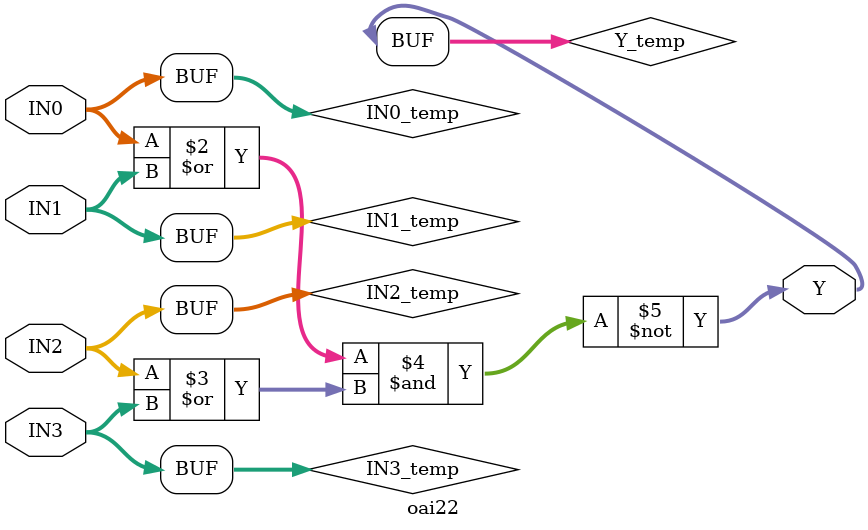
<source format=v>
module oai22(IN0,IN1,IN2,IN3,Y);
  parameter N = 8;
  parameter DPFLAG = 0;
  parameter GROUP = "std";
  parameter
        d_IN0 = 0,
        d_IN1 = 0,
        d_IN2 = 0,
        d_IN3 = 0,
        d_Y = 1;
  input [(N - 1):0] IN0;
  input [(N - 1):0] IN1;
  input [(N - 1):0] IN2;
  input [(N - 1):0] IN3;
  output [(N - 1):0] Y;
  wire [(N - 1):0] IN0_temp;
  wire [(N - 1):0] IN1_temp;
  wire [(N - 1):0] IN2_temp;
  wire [(N - 1):0] IN3_temp;
  reg [(N - 1):0] Y_temp;
  assign #(d_IN0) IN0_temp = IN0;
  assign #(d_IN1) IN1_temp = IN1;
  assign #(d_IN2) IN2_temp = IN2;
  assign #(d_IN3) IN3_temp = IN3;
  assign #(d_Y) Y = Y_temp;
  initial
    begin
    if((DPFLAG == 1))
      $display("(WARNING) The instance %m of type oai22 can't be implemented as a data-path cell");
    end
  always
    @(IN0_temp or IN1_temp or IN2_temp or IN3_temp)
      begin
      Y_temp = ( ~ ((IN0_temp | IN1_temp) & (IN2_temp | IN3_temp)));
      end
endmodule

</source>
